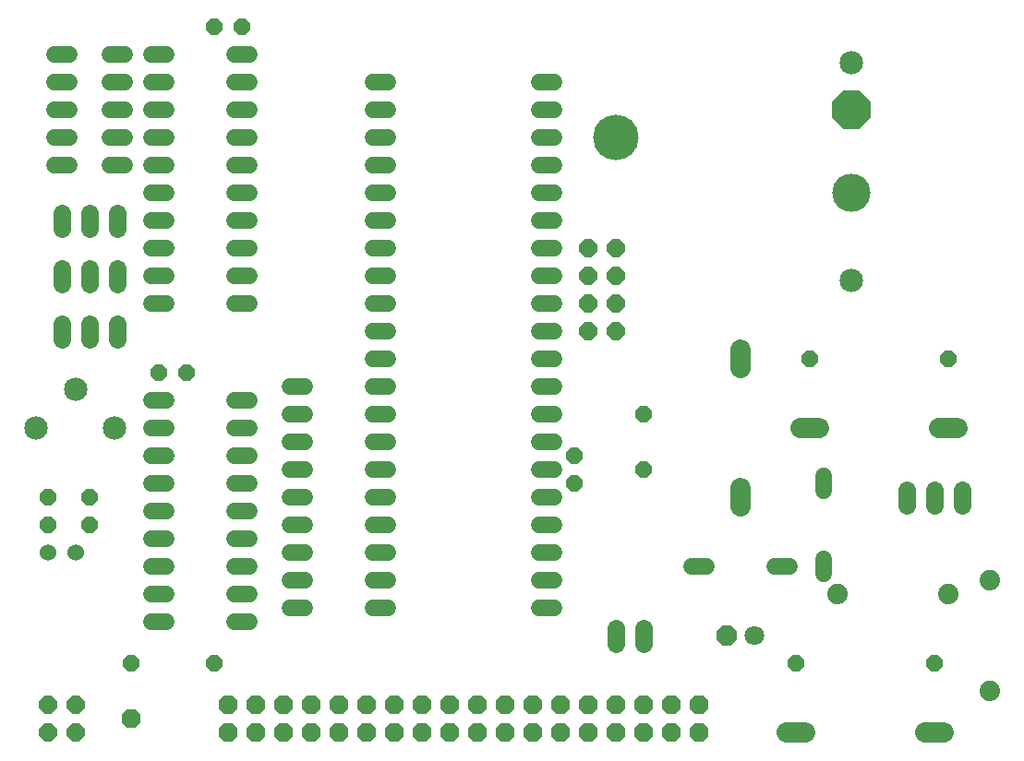
<source format=gts>
G04 EAGLE Gerber RS-274X export*
G75*
%MOMM*%
%FSLAX34Y34*%
%LPD*%
%INSoldermask Top*%
%IPPOS*%
%AMOC8*
5,1,8,0,0,1.08239X$1,22.5*%
G01*
%ADD10P,1.649562X8X202.500000*%
%ADD11P,1.649562X8X292.500000*%
%ADD12P,1.649562X8X112.500000*%
%ADD13P,1.951982X8X202.500000*%
%ADD14C,1.803400*%
%ADD15C,1.625600*%
%ADD16C,1.524000*%
%ADD17P,1.759533X8X292.500000*%
%ADD18P,1.759533X8X202.500000*%
%ADD19C,4.165600*%
%ADD20P,1.869504X8X202.500000*%
%ADD21C,1.524000*%
%ADD22C,2.153200*%
%ADD23P,1.649562X8X22.500000*%
%ADD24P,1.869504X8X22.500000*%
%ADD25C,1.879600*%
%ADD26C,1.879600*%
%ADD27P,3.793993X8X112.500000*%
%ADD28C,3.505200*%


D10*
X215900Y685800D03*
X190500Y685800D03*
D11*
X584200Y330200D03*
X584200Y279400D03*
D12*
X520700Y266700D03*
X520700Y292100D03*
D13*
X660400Y127000D03*
D14*
X685800Y127000D03*
D15*
X584200Y119888D02*
X584200Y134112D01*
X558800Y134112D02*
X558800Y119888D01*
D16*
X349504Y635000D02*
X336296Y635000D01*
X336296Y609600D02*
X349504Y609600D01*
X349504Y482600D02*
X336296Y482600D01*
X336296Y457200D02*
X349504Y457200D01*
X349504Y584200D02*
X336296Y584200D01*
X336296Y558800D02*
X349504Y558800D01*
X349504Y508000D02*
X336296Y508000D01*
X336296Y533400D02*
X349504Y533400D01*
X349504Y431800D02*
X336296Y431800D01*
X336296Y406400D02*
X349504Y406400D01*
X349504Y381000D02*
X336296Y381000D01*
X336296Y355600D02*
X349504Y355600D01*
X349504Y330200D02*
X336296Y330200D01*
X336296Y304800D02*
X349504Y304800D01*
X349504Y279400D02*
X336296Y279400D01*
X336296Y254000D02*
X349504Y254000D01*
X349504Y228600D02*
X336296Y228600D01*
X336296Y203200D02*
X349504Y203200D01*
X349504Y177800D02*
X336296Y177800D01*
X336296Y152400D02*
X349504Y152400D01*
X488696Y152400D02*
X501904Y152400D01*
X501904Y177800D02*
X488696Y177800D01*
X488696Y203200D02*
X501904Y203200D01*
X501904Y228600D02*
X488696Y228600D01*
X488696Y254000D02*
X501904Y254000D01*
X501904Y279400D02*
X488696Y279400D01*
X488696Y304800D02*
X501904Y304800D01*
X501904Y330200D02*
X488696Y330200D01*
X488696Y355600D02*
X501904Y355600D01*
X501904Y381000D02*
X488696Y381000D01*
X488696Y406400D02*
X501904Y406400D01*
X501904Y431800D02*
X488696Y431800D01*
X488696Y457200D02*
X501904Y457200D01*
X501904Y482600D02*
X488696Y482600D01*
X488696Y508000D02*
X501904Y508000D01*
X501904Y533400D02*
X488696Y533400D01*
X488696Y558800D02*
X501904Y558800D01*
X501904Y584200D02*
X488696Y584200D01*
X488696Y609600D02*
X501904Y609600D01*
X501904Y635000D02*
X488696Y635000D01*
X146304Y660400D02*
X133096Y660400D01*
X133096Y635000D02*
X146304Y635000D01*
X146304Y508000D02*
X133096Y508000D01*
X133096Y482600D02*
X146304Y482600D01*
X146304Y609600D02*
X133096Y609600D01*
X133096Y584200D02*
X146304Y584200D01*
X146304Y533400D02*
X133096Y533400D01*
X133096Y558800D02*
X146304Y558800D01*
X146304Y457200D02*
X133096Y457200D01*
X133096Y431800D02*
X146304Y431800D01*
X209296Y431800D02*
X222504Y431800D01*
X222504Y457200D02*
X209296Y457200D01*
X209296Y482600D02*
X222504Y482600D01*
X222504Y508000D02*
X209296Y508000D01*
X209296Y533400D02*
X222504Y533400D01*
X222504Y558800D02*
X209296Y558800D01*
X209296Y584200D02*
X222504Y584200D01*
X222504Y609600D02*
X209296Y609600D01*
X209296Y635000D02*
X222504Y635000D01*
X222504Y660400D02*
X209296Y660400D01*
X146304Y342900D02*
X133096Y342900D01*
X133096Y317500D02*
X146304Y317500D01*
X146304Y292100D02*
X133096Y292100D01*
X133096Y266700D02*
X146304Y266700D01*
X146304Y241300D02*
X133096Y241300D01*
X133096Y215900D02*
X146304Y215900D01*
X146304Y190500D02*
X133096Y190500D01*
X133096Y165100D02*
X146304Y165100D01*
X146304Y139700D02*
X133096Y139700D01*
X209296Y139700D02*
X222504Y139700D01*
X222504Y165100D02*
X209296Y165100D01*
X209296Y190500D02*
X222504Y190500D01*
X222504Y215900D02*
X209296Y215900D01*
X209296Y241300D02*
X222504Y241300D01*
X222504Y266700D02*
X209296Y266700D01*
X209296Y292100D02*
X222504Y292100D01*
X222504Y317500D02*
X209296Y317500D01*
X209296Y342900D02*
X222504Y342900D01*
X260096Y355600D02*
X273304Y355600D01*
X273304Y330200D02*
X260096Y330200D01*
X260096Y304800D02*
X273304Y304800D01*
X273304Y279400D02*
X260096Y279400D01*
X260096Y254000D02*
X273304Y254000D01*
X273304Y228600D02*
X260096Y228600D01*
X260096Y203200D02*
X273304Y203200D01*
X273304Y177800D02*
X260096Y177800D01*
X260096Y152400D02*
X273304Y152400D01*
D15*
X50800Y399288D02*
X50800Y413512D01*
X76200Y413512D02*
X76200Y399288D01*
X101600Y399288D02*
X101600Y413512D01*
X50800Y450088D02*
X50800Y464312D01*
X76200Y464312D02*
X76200Y450088D01*
X101600Y450088D02*
X101600Y464312D01*
X50800Y500888D02*
X50800Y515112D01*
X76200Y515112D02*
X76200Y500888D01*
X101600Y500888D02*
X101600Y515112D01*
D16*
X108204Y558800D02*
X94996Y558800D01*
X94996Y584200D02*
X108204Y584200D01*
X108204Y609600D02*
X94996Y609600D01*
X94996Y635000D02*
X108204Y635000D01*
X108204Y660400D02*
X94996Y660400D01*
X57404Y558800D02*
X44196Y558800D01*
X44196Y584200D02*
X57404Y584200D01*
X57404Y609600D02*
X44196Y609600D01*
X44196Y635000D02*
X57404Y635000D01*
X57404Y660400D02*
X44196Y660400D01*
D17*
X533400Y482600D03*
X558800Y482600D03*
X533400Y457200D03*
X558800Y457200D03*
X533400Y431800D03*
X558800Y431800D03*
X558800Y406400D03*
X533400Y406400D03*
D18*
X63500Y63500D03*
X63500Y38100D03*
X38100Y63500D03*
X38100Y38100D03*
D19*
X558800Y584200D03*
D20*
X635000Y63500D03*
X609600Y63500D03*
X584200Y63500D03*
X558800Y63500D03*
X533400Y63500D03*
X508000Y63500D03*
X635000Y38100D03*
X609600Y38100D03*
X584200Y38100D03*
X558800Y38100D03*
X533400Y38100D03*
X508000Y38100D03*
X482600Y63500D03*
X482600Y38100D03*
X457200Y63500D03*
X431800Y63500D03*
X406400Y63500D03*
X381000Y63500D03*
X355600Y63500D03*
X330200Y63500D03*
X457200Y38100D03*
X431800Y38100D03*
X406400Y38100D03*
X381000Y38100D03*
X355600Y38100D03*
X330200Y38100D03*
X304800Y63500D03*
X304800Y38100D03*
X279400Y63500D03*
X254000Y63500D03*
X228600Y63500D03*
X203200Y63500D03*
X279400Y38100D03*
X254000Y38100D03*
X228600Y38100D03*
X203200Y38100D03*
D21*
X63500Y203200D03*
X38100Y203200D03*
D12*
X76200Y228600D03*
X76200Y254000D03*
X38100Y228600D03*
X38100Y254000D03*
D22*
X63500Y353568D03*
X27432Y317500D03*
X99568Y317500D03*
D23*
X114300Y101600D03*
X190500Y101600D03*
D24*
X114300Y50800D03*
D22*
X774700Y653000D03*
X774700Y453000D03*
D16*
X717804Y190500D02*
X704596Y190500D01*
X641604Y190500D02*
X628396Y190500D01*
X749300Y260096D02*
X749300Y273304D01*
X749300Y197104D02*
X749300Y183896D01*
D10*
X863600Y381000D03*
X736600Y381000D03*
D25*
X728218Y317500D02*
X744982Y317500D01*
X855218Y317500D02*
X871982Y317500D01*
X673100Y372618D02*
X673100Y389382D01*
X673100Y262382D02*
X673100Y245618D01*
D23*
X139700Y368300D03*
X165100Y368300D03*
D15*
X825500Y261112D02*
X825500Y246888D01*
X850900Y246888D02*
X850900Y261112D01*
X876300Y261112D02*
X876300Y246888D01*
D26*
X863600Y165100D03*
X762000Y165100D03*
X901700Y76200D03*
X901700Y177800D03*
D10*
X850900Y101600D03*
X723900Y101600D03*
D25*
X715518Y38100D02*
X732282Y38100D01*
X842518Y38100D02*
X859282Y38100D01*
D27*
X774700Y609600D03*
D28*
X774700Y533400D03*
M02*

</source>
